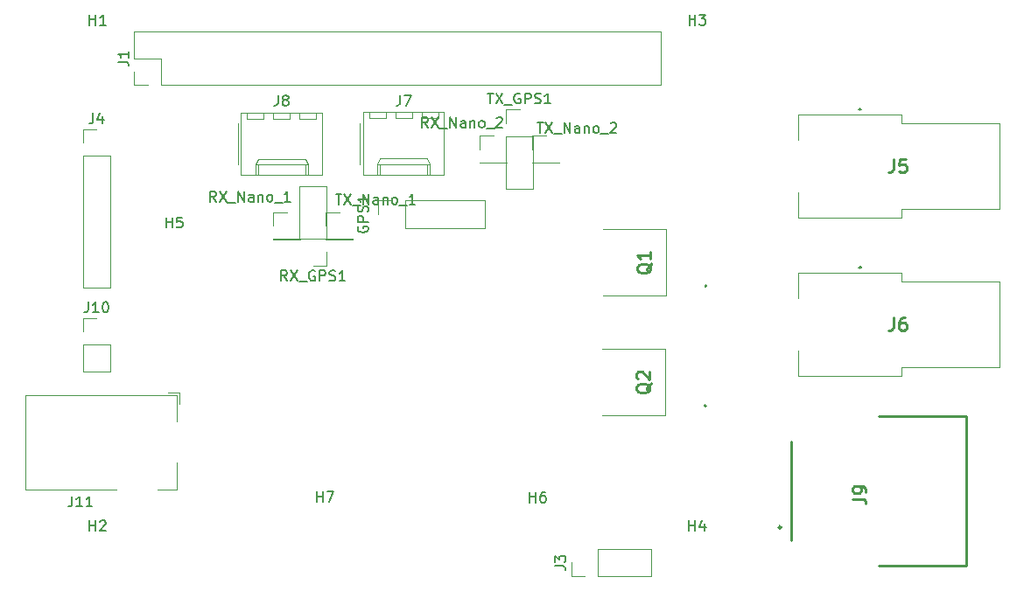
<source format=gbr>
G04 #@! TF.GenerationSoftware,KiCad,Pcbnew,5.1.6-c6e7f7d~87~ubuntu18.04.1*
G04 #@! TF.CreationDate,2020-09-02T16:37:53+02:00*
G04 #@! TF.ProjectId,res_hat,7265735f-6861-4742-9e6b-696361645f70,rev?*
G04 #@! TF.SameCoordinates,Original*
G04 #@! TF.FileFunction,Legend,Top*
G04 #@! TF.FilePolarity,Positive*
%FSLAX46Y46*%
G04 Gerber Fmt 4.6, Leading zero omitted, Abs format (unit mm)*
G04 Created by KiCad (PCBNEW 5.1.6-c6e7f7d~87~ubuntu18.04.1) date 2020-09-02 16:37:53*
%MOMM*%
%LPD*%
G01*
G04 APERTURE LIST*
%ADD10C,0.120000*%
%ADD11C,0.100000*%
%ADD12C,0.200000*%
%ADD13C,0.254000*%
%ADD14C,0.150000*%
G04 APERTURE END LIST*
D10*
X104869940Y-114459060D02*
X107529940Y-114459060D01*
X104869940Y-109319060D02*
X104869940Y-114459060D01*
X107529940Y-109319060D02*
X107529940Y-114459060D01*
X104869940Y-109319060D02*
X107529940Y-109319060D01*
X104869940Y-108049060D02*
X104869940Y-106719060D01*
X104869940Y-106719060D02*
X106199940Y-106719060D01*
X95135700Y-118220800D02*
X95135700Y-115560800D01*
X95135700Y-118220800D02*
X102815700Y-118220800D01*
X102815700Y-118220800D02*
X102815700Y-115560800D01*
X95135700Y-115560800D02*
X102815700Y-115560800D01*
X92535700Y-115560800D02*
X93865700Y-115560800D01*
X92535700Y-116890800D02*
X92535700Y-115560800D01*
X107409940Y-111916520D02*
X110069940Y-111916520D01*
X107409940Y-111856520D02*
X107409940Y-111916520D01*
X110069940Y-111856520D02*
X110069940Y-111916520D01*
X107409940Y-111856520D02*
X110069940Y-111856520D01*
X107409940Y-110586520D02*
X107409940Y-109256520D01*
X107409940Y-109256520D02*
X108739940Y-109256520D01*
X87425220Y-119333320D02*
X90085220Y-119333320D01*
X87425220Y-119273320D02*
X87425220Y-119333320D01*
X90085220Y-119273320D02*
X90085220Y-119333320D01*
X87425220Y-119273320D02*
X90085220Y-119273320D01*
X87425220Y-118003320D02*
X87425220Y-116673320D01*
X87425220Y-116673320D02*
X88755220Y-116673320D01*
X102332480Y-111913980D02*
X104992480Y-111913980D01*
X102332480Y-111853980D02*
X102332480Y-111913980D01*
X104992480Y-111853980D02*
X104992480Y-111913980D01*
X102332480Y-111853980D02*
X104992480Y-111853980D01*
X102332480Y-110583980D02*
X102332480Y-109253980D01*
X102332480Y-109253980D02*
X103662480Y-109253980D01*
X82345220Y-119333320D02*
X85005220Y-119333320D01*
X82345220Y-119273320D02*
X82345220Y-119333320D01*
X85005220Y-119273320D02*
X85005220Y-119333320D01*
X82345220Y-119273320D02*
X85005220Y-119273320D01*
X82345220Y-118003320D02*
X82345220Y-116673320D01*
X82345220Y-116673320D02*
X83675220Y-116673320D01*
X87545220Y-114135860D02*
X84885220Y-114135860D01*
X87545220Y-119275860D02*
X87545220Y-114135860D01*
X84885220Y-119275860D02*
X84885220Y-114135860D01*
X87545220Y-119275860D02*
X84885220Y-119275860D01*
X87545220Y-120545860D02*
X87545220Y-121875860D01*
X87545220Y-121875860D02*
X86215220Y-121875860D01*
X63948000Y-132140000D02*
X66608000Y-132140000D01*
X63948000Y-129540000D02*
X63948000Y-132140000D01*
X66608000Y-129540000D02*
X66608000Y-132140000D01*
X63948000Y-129540000D02*
X66608000Y-129540000D01*
X63948000Y-128270000D02*
X63948000Y-126940000D01*
X63948000Y-126940000D02*
X65278000Y-126940000D01*
X73261400Y-135238800D02*
X73261400Y-134188800D01*
X72211400Y-134188800D02*
X73261400Y-134188800D01*
X67161400Y-143588800D02*
X58361400Y-143588800D01*
X58361400Y-143588800D02*
X58361400Y-134388800D01*
X73061400Y-140888800D02*
X73061400Y-143588800D01*
X73061400Y-143588800D02*
X71161400Y-143588800D01*
X58361400Y-134388800D02*
X73061400Y-134388800D01*
X73061400Y-134388800D02*
X73061400Y-136988800D01*
X79252300Y-107025660D02*
X79252300Y-113045660D01*
X79252300Y-113045660D02*
X87092300Y-113045660D01*
X87092300Y-113045660D02*
X87092300Y-107025660D01*
X87092300Y-107025660D02*
X79252300Y-107025660D01*
X78962300Y-108055660D02*
X78962300Y-112055660D01*
X80632300Y-113045660D02*
X80632300Y-112045660D01*
X80632300Y-112045660D02*
X85712300Y-112045660D01*
X85712300Y-112045660D02*
X85712300Y-113045660D01*
X80632300Y-112045660D02*
X80882300Y-111515660D01*
X80882300Y-111515660D02*
X85462300Y-111515660D01*
X85462300Y-111515660D02*
X85712300Y-112045660D01*
X80882300Y-113045660D02*
X80882300Y-112045660D01*
X85462300Y-113045660D02*
X85462300Y-112045660D01*
X79832300Y-107025660D02*
X79832300Y-107625660D01*
X79832300Y-107625660D02*
X81432300Y-107625660D01*
X81432300Y-107625660D02*
X81432300Y-107025660D01*
X82372300Y-107025660D02*
X82372300Y-107625660D01*
X82372300Y-107625660D02*
X83972300Y-107625660D01*
X83972300Y-107625660D02*
X83972300Y-107025660D01*
X84912300Y-107025660D02*
X84912300Y-107625660D01*
X84912300Y-107625660D02*
X86512300Y-107625660D01*
X86512300Y-107625660D02*
X86512300Y-107025660D01*
X91058220Y-107012960D02*
X91058220Y-113032960D01*
X91058220Y-113032960D02*
X98898220Y-113032960D01*
X98898220Y-113032960D02*
X98898220Y-107012960D01*
X98898220Y-107012960D02*
X91058220Y-107012960D01*
X90768220Y-108042960D02*
X90768220Y-112042960D01*
X92438220Y-113032960D02*
X92438220Y-112032960D01*
X92438220Y-112032960D02*
X97518220Y-112032960D01*
X97518220Y-112032960D02*
X97518220Y-113032960D01*
X92438220Y-112032960D02*
X92688220Y-111502960D01*
X92688220Y-111502960D02*
X97268220Y-111502960D01*
X97268220Y-111502960D02*
X97518220Y-112032960D01*
X92688220Y-113032960D02*
X92688220Y-112032960D01*
X97268220Y-113032960D02*
X97268220Y-112032960D01*
X91638220Y-107012960D02*
X91638220Y-107612960D01*
X91638220Y-107612960D02*
X93238220Y-107612960D01*
X93238220Y-107612960D02*
X93238220Y-107012960D01*
X94178220Y-107012960D02*
X94178220Y-107612960D01*
X94178220Y-107612960D02*
X95778220Y-107612960D01*
X95778220Y-107612960D02*
X95778220Y-107012960D01*
X96718220Y-107012960D02*
X96718220Y-107612960D01*
X96718220Y-107612960D02*
X98318220Y-107612960D01*
X98318220Y-107612960D02*
X98318220Y-107012960D01*
D11*
X133138660Y-130065780D02*
X133138660Y-132525780D01*
X133138660Y-132525780D02*
X143138660Y-132525780D01*
X143138660Y-132525780D02*
X143138660Y-131675780D01*
X143138660Y-131675780D02*
X152638660Y-131675780D01*
X152638660Y-131675780D02*
X152638660Y-123375780D01*
X152638660Y-123375780D02*
X143138660Y-123375780D01*
X143138660Y-123375780D02*
X143138660Y-122525780D01*
X143138660Y-122525780D02*
X133138660Y-122525780D01*
X133138660Y-122525780D02*
X133138660Y-124985780D01*
D12*
X139238660Y-122025780D02*
X139238660Y-122025780D01*
X139038660Y-122025780D02*
X139038660Y-122025780D01*
X139238660Y-122025780D02*
G75*
G02*
X139038660Y-122025780I-100000J0D01*
G01*
X139038660Y-122025780D02*
G75*
G02*
X139238660Y-122025780I100000J0D01*
G01*
D11*
X133138660Y-114749580D02*
X133138660Y-117209580D01*
X133138660Y-117209580D02*
X143138660Y-117209580D01*
X143138660Y-117209580D02*
X143138660Y-116359580D01*
X143138660Y-116359580D02*
X152638660Y-116359580D01*
X152638660Y-116359580D02*
X152638660Y-108059580D01*
X152638660Y-108059580D02*
X143138660Y-108059580D01*
X143138660Y-108059580D02*
X143138660Y-107209580D01*
X143138660Y-107209580D02*
X133138660Y-107209580D01*
X133138660Y-107209580D02*
X133138660Y-109669580D01*
D12*
X139238660Y-106709580D02*
X139238660Y-106709580D01*
X139038660Y-106709580D02*
X139038660Y-106709580D01*
X139238660Y-106709580D02*
G75*
G02*
X139038660Y-106709580I-100000J0D01*
G01*
X139038660Y-106709580D02*
G75*
G02*
X139238660Y-106709580I100000J0D01*
G01*
D10*
X119838780Y-104387960D02*
X119838780Y-99187960D01*
X71518780Y-104387960D02*
X119838780Y-104387960D01*
X68918780Y-99187960D02*
X119838780Y-99187960D01*
X71518780Y-104387960D02*
X71518780Y-101787960D01*
X71518780Y-101787960D02*
X68918780Y-101787960D01*
X68918780Y-101787960D02*
X68918780Y-99187960D01*
X70248780Y-104387960D02*
X68918780Y-104387960D01*
X68918780Y-104387960D02*
X68918780Y-103057960D01*
X63948000Y-124012000D02*
X66608000Y-124012000D01*
X63948000Y-111252000D02*
X63948000Y-124012000D01*
X66608000Y-111252000D02*
X66608000Y-124012000D01*
X63948000Y-111252000D02*
X66608000Y-111252000D01*
X63948000Y-109982000D02*
X63948000Y-108652000D01*
X63948000Y-108652000D02*
X65278000Y-108652000D01*
X118932000Y-151952000D02*
X118932000Y-149292000D01*
X113792000Y-151952000D02*
X118932000Y-151952000D01*
X113792000Y-149292000D02*
X118932000Y-149292000D01*
X113792000Y-151952000D02*
X113792000Y-149292000D01*
X112522000Y-151952000D02*
X111192000Y-151952000D01*
X111192000Y-151952000D02*
X111192000Y-150622000D01*
D11*
X114204940Y-136384100D02*
X120304940Y-136384100D01*
X120304940Y-136384100D02*
X120304940Y-129884100D01*
X120304940Y-129884100D02*
X114204940Y-129884100D01*
D12*
X124164940Y-135534100D02*
X124164940Y-135534100D01*
X124164940Y-135334100D02*
X124164940Y-135334100D01*
X124164940Y-135534100D02*
G75*
G02*
X124164940Y-135334100I0J100000D01*
G01*
X124164940Y-135334100D02*
G75*
G02*
X124164940Y-135534100I0J-100000D01*
G01*
D11*
X114260820Y-124789000D02*
X120360820Y-124789000D01*
X120360820Y-124789000D02*
X120360820Y-118289000D01*
X120360820Y-118289000D02*
X114260820Y-118289000D01*
D12*
X124220820Y-123939000D02*
X124220820Y-123939000D01*
X124220820Y-123739000D02*
X124220820Y-123739000D01*
X124220820Y-123939000D02*
G75*
G02*
X124220820Y-123739000I0J100000D01*
G01*
X124220820Y-123739000D02*
G75*
G02*
X124220820Y-123939000I0J-100000D01*
G01*
D13*
X149440900Y-150925100D02*
X149440900Y-136425100D01*
X149440900Y-136425100D02*
X140940900Y-136425100D01*
X149440900Y-150925100D02*
X140940900Y-150925100D01*
X132440900Y-148475100D02*
X132440900Y-138875100D01*
X131505600Y-147207100D02*
G75*
G03*
X131505600Y-147207100I-120700J0D01*
G01*
D14*
X103104701Y-105171440D02*
X103676130Y-105171440D01*
X103390416Y-106171440D02*
X103390416Y-105171440D01*
X103914225Y-105171440D02*
X104580892Y-106171440D01*
X104580892Y-105171440D02*
X103914225Y-106171440D01*
X104723749Y-106266679D02*
X105485654Y-106266679D01*
X106247559Y-105219060D02*
X106152320Y-105171440D01*
X106009463Y-105171440D01*
X105866606Y-105219060D01*
X105771368Y-105314298D01*
X105723749Y-105409536D01*
X105676130Y-105600012D01*
X105676130Y-105742869D01*
X105723749Y-105933345D01*
X105771368Y-106028583D01*
X105866606Y-106123821D01*
X106009463Y-106171440D01*
X106104701Y-106171440D01*
X106247559Y-106123821D01*
X106295178Y-106076202D01*
X106295178Y-105742869D01*
X106104701Y-105742869D01*
X106723749Y-106171440D02*
X106723749Y-105171440D01*
X107104701Y-105171440D01*
X107199940Y-105219060D01*
X107247559Y-105266679D01*
X107295178Y-105361917D01*
X107295178Y-105504774D01*
X107247559Y-105600012D01*
X107199940Y-105647631D01*
X107104701Y-105695250D01*
X106723749Y-105695250D01*
X107676130Y-106123821D02*
X107818987Y-106171440D01*
X108057082Y-106171440D01*
X108152320Y-106123821D01*
X108199940Y-106076202D01*
X108247559Y-105980964D01*
X108247559Y-105885726D01*
X108199940Y-105790488D01*
X108152320Y-105742869D01*
X108057082Y-105695250D01*
X107866606Y-105647631D01*
X107771368Y-105600012D01*
X107723749Y-105552393D01*
X107676130Y-105457155D01*
X107676130Y-105361917D01*
X107723749Y-105266679D01*
X107771368Y-105219060D01*
X107866606Y-105171440D01*
X108104701Y-105171440D01*
X108247559Y-105219060D01*
X109199940Y-106171440D02*
X108628511Y-106171440D01*
X108914225Y-106171440D02*
X108914225Y-105171440D01*
X108818987Y-105314298D01*
X108723749Y-105409536D01*
X108628511Y-105457155D01*
X86614095Y-144715000D02*
X86614095Y-143715000D01*
X86614095Y-144191191D02*
X87185523Y-144191191D01*
X87185523Y-144715000D02*
X87185523Y-143715000D01*
X87566476Y-143715000D02*
X88233142Y-143715000D01*
X87804571Y-144715000D01*
X107190635Y-144796280D02*
X107190635Y-143796280D01*
X107190635Y-144272471D02*
X107762063Y-144272471D01*
X107762063Y-144796280D02*
X107762063Y-143796280D01*
X108666825Y-143796280D02*
X108476349Y-143796280D01*
X108381111Y-143843900D01*
X108333492Y-143891519D01*
X108238254Y-144034376D01*
X108190635Y-144224852D01*
X108190635Y-144605804D01*
X108238254Y-144701042D01*
X108285873Y-144748661D01*
X108381111Y-144796280D01*
X108571587Y-144796280D01*
X108666825Y-144748661D01*
X108714444Y-144701042D01*
X108762063Y-144605804D01*
X108762063Y-144367709D01*
X108714444Y-144272471D01*
X108666825Y-144224852D01*
X108571587Y-144177233D01*
X108381111Y-144177233D01*
X108285873Y-144224852D01*
X108238254Y-144272471D01*
X108190635Y-144367709D01*
X90595700Y-118081276D02*
X90548080Y-118176514D01*
X90548080Y-118319371D01*
X90595700Y-118462228D01*
X90690938Y-118557466D01*
X90786176Y-118605085D01*
X90976652Y-118652704D01*
X91119509Y-118652704D01*
X91309985Y-118605085D01*
X91405223Y-118557466D01*
X91500461Y-118462228D01*
X91548080Y-118319371D01*
X91548080Y-118224133D01*
X91500461Y-118081276D01*
X91452842Y-118033657D01*
X91119509Y-118033657D01*
X91119509Y-118224133D01*
X91548080Y-117605085D02*
X90548080Y-117605085D01*
X90548080Y-117224133D01*
X90595700Y-117128895D01*
X90643319Y-117081276D01*
X90738557Y-117033657D01*
X90881414Y-117033657D01*
X90976652Y-117081276D01*
X91024271Y-117128895D01*
X91071890Y-117224133D01*
X91071890Y-117605085D01*
X91500461Y-116652704D02*
X91548080Y-116509847D01*
X91548080Y-116271752D01*
X91500461Y-116176514D01*
X91452842Y-116128895D01*
X91357604Y-116081276D01*
X91262366Y-116081276D01*
X91167128Y-116128895D01*
X91119509Y-116176514D01*
X91071890Y-116271752D01*
X91024271Y-116462228D01*
X90976652Y-116557466D01*
X90929033Y-116605085D01*
X90833795Y-116652704D01*
X90738557Y-116652704D01*
X90643319Y-116605085D01*
X90595700Y-116557466D01*
X90548080Y-116462228D01*
X90548080Y-116224133D01*
X90595700Y-116081276D01*
X91548080Y-115128895D02*
X91548080Y-115700323D01*
X91548080Y-115414609D02*
X90548080Y-115414609D01*
X90690938Y-115509847D01*
X90786176Y-115605085D01*
X90833795Y-115700323D01*
X107906987Y-108006900D02*
X108478416Y-108006900D01*
X108192701Y-109006900D02*
X108192701Y-108006900D01*
X108716511Y-108006900D02*
X109383178Y-109006900D01*
X109383178Y-108006900D02*
X108716511Y-109006900D01*
X109526035Y-109102139D02*
X110287940Y-109102139D01*
X110526035Y-109006900D02*
X110526035Y-108006900D01*
X111097463Y-109006900D01*
X111097463Y-108006900D01*
X112002225Y-109006900D02*
X112002225Y-108483091D01*
X111954606Y-108387853D01*
X111859368Y-108340234D01*
X111668892Y-108340234D01*
X111573654Y-108387853D01*
X112002225Y-108959281D02*
X111906987Y-109006900D01*
X111668892Y-109006900D01*
X111573654Y-108959281D01*
X111526035Y-108864043D01*
X111526035Y-108768805D01*
X111573654Y-108673567D01*
X111668892Y-108625948D01*
X111906987Y-108625948D01*
X112002225Y-108578329D01*
X112478416Y-108340234D02*
X112478416Y-109006900D01*
X112478416Y-108435472D02*
X112526035Y-108387853D01*
X112621273Y-108340234D01*
X112764130Y-108340234D01*
X112859368Y-108387853D01*
X112906987Y-108483091D01*
X112906987Y-109006900D01*
X113526035Y-109006900D02*
X113430797Y-108959281D01*
X113383178Y-108911662D01*
X113335559Y-108816424D01*
X113335559Y-108530710D01*
X113383178Y-108435472D01*
X113430797Y-108387853D01*
X113526035Y-108340234D01*
X113668892Y-108340234D01*
X113764130Y-108387853D01*
X113811749Y-108435472D01*
X113859368Y-108530710D01*
X113859368Y-108816424D01*
X113811749Y-108911662D01*
X113764130Y-108959281D01*
X113668892Y-109006900D01*
X113526035Y-109006900D01*
X114049844Y-109102139D02*
X114811749Y-109102139D01*
X115002225Y-108102139D02*
X115049844Y-108054520D01*
X115145082Y-108006900D01*
X115383178Y-108006900D01*
X115478416Y-108054520D01*
X115526035Y-108102139D01*
X115573654Y-108197377D01*
X115573654Y-108292615D01*
X115526035Y-108435472D01*
X114954606Y-109006900D01*
X115573654Y-109006900D01*
X88430267Y-114915700D02*
X89001696Y-114915700D01*
X88715981Y-115915700D02*
X88715981Y-114915700D01*
X89239791Y-114915700D02*
X89906458Y-115915700D01*
X89906458Y-114915700D02*
X89239791Y-115915700D01*
X90049315Y-116010939D02*
X90811220Y-116010939D01*
X91049315Y-115915700D02*
X91049315Y-114915700D01*
X91620743Y-115915700D01*
X91620743Y-114915700D01*
X92525505Y-115915700D02*
X92525505Y-115391891D01*
X92477886Y-115296653D01*
X92382648Y-115249034D01*
X92192172Y-115249034D01*
X92096934Y-115296653D01*
X92525505Y-115868081D02*
X92430267Y-115915700D01*
X92192172Y-115915700D01*
X92096934Y-115868081D01*
X92049315Y-115772843D01*
X92049315Y-115677605D01*
X92096934Y-115582367D01*
X92192172Y-115534748D01*
X92430267Y-115534748D01*
X92525505Y-115487129D01*
X93001696Y-115249034D02*
X93001696Y-115915700D01*
X93001696Y-115344272D02*
X93049315Y-115296653D01*
X93144553Y-115249034D01*
X93287410Y-115249034D01*
X93382648Y-115296653D01*
X93430267Y-115391891D01*
X93430267Y-115915700D01*
X94049315Y-115915700D02*
X93954077Y-115868081D01*
X93906458Y-115820462D01*
X93858839Y-115725224D01*
X93858839Y-115439510D01*
X93906458Y-115344272D01*
X93954077Y-115296653D01*
X94049315Y-115249034D01*
X94192172Y-115249034D01*
X94287410Y-115296653D01*
X94335029Y-115344272D01*
X94382648Y-115439510D01*
X94382648Y-115725224D01*
X94335029Y-115820462D01*
X94287410Y-115868081D01*
X94192172Y-115915700D01*
X94049315Y-115915700D01*
X94573124Y-116010939D02*
X95335029Y-116010939D01*
X96096934Y-115915700D02*
X95525505Y-115915700D01*
X95811220Y-115915700D02*
X95811220Y-114915700D01*
X95715981Y-115058558D01*
X95620743Y-115153796D01*
X95525505Y-115201415D01*
X97328765Y-108496360D02*
X96995432Y-108020170D01*
X96757337Y-108496360D02*
X96757337Y-107496360D01*
X97138289Y-107496360D01*
X97233527Y-107543980D01*
X97281146Y-107591599D01*
X97328765Y-107686837D01*
X97328765Y-107829694D01*
X97281146Y-107924932D01*
X97233527Y-107972551D01*
X97138289Y-108020170D01*
X96757337Y-108020170D01*
X97662099Y-107496360D02*
X98328765Y-108496360D01*
X98328765Y-107496360D02*
X97662099Y-108496360D01*
X98471622Y-108591599D02*
X99233527Y-108591599D01*
X99471622Y-108496360D02*
X99471622Y-107496360D01*
X100043051Y-108496360D01*
X100043051Y-107496360D01*
X100947813Y-108496360D02*
X100947813Y-107972551D01*
X100900194Y-107877313D01*
X100804956Y-107829694D01*
X100614480Y-107829694D01*
X100519241Y-107877313D01*
X100947813Y-108448741D02*
X100852575Y-108496360D01*
X100614480Y-108496360D01*
X100519241Y-108448741D01*
X100471622Y-108353503D01*
X100471622Y-108258265D01*
X100519241Y-108163027D01*
X100614480Y-108115408D01*
X100852575Y-108115408D01*
X100947813Y-108067789D01*
X101424003Y-107829694D02*
X101424003Y-108496360D01*
X101424003Y-107924932D02*
X101471622Y-107877313D01*
X101566860Y-107829694D01*
X101709718Y-107829694D01*
X101804956Y-107877313D01*
X101852575Y-107972551D01*
X101852575Y-108496360D01*
X102471622Y-108496360D02*
X102376384Y-108448741D01*
X102328765Y-108401122D01*
X102281146Y-108305884D01*
X102281146Y-108020170D01*
X102328765Y-107924932D01*
X102376384Y-107877313D01*
X102471622Y-107829694D01*
X102614480Y-107829694D01*
X102709718Y-107877313D01*
X102757337Y-107924932D01*
X102804956Y-108020170D01*
X102804956Y-108305884D01*
X102757337Y-108401122D01*
X102709718Y-108448741D01*
X102614480Y-108496360D01*
X102471622Y-108496360D01*
X102995432Y-108591599D02*
X103757337Y-108591599D01*
X103947813Y-107591599D02*
X103995432Y-107543980D01*
X104090670Y-107496360D01*
X104328765Y-107496360D01*
X104424003Y-107543980D01*
X104471622Y-107591599D01*
X104519241Y-107686837D01*
X104519241Y-107782075D01*
X104471622Y-107924932D01*
X103900194Y-108496360D01*
X104519241Y-108496360D01*
X76833505Y-115661700D02*
X76500172Y-115185510D01*
X76262077Y-115661700D02*
X76262077Y-114661700D01*
X76643029Y-114661700D01*
X76738267Y-114709320D01*
X76785886Y-114756939D01*
X76833505Y-114852177D01*
X76833505Y-114995034D01*
X76785886Y-115090272D01*
X76738267Y-115137891D01*
X76643029Y-115185510D01*
X76262077Y-115185510D01*
X77166839Y-114661700D02*
X77833505Y-115661700D01*
X77833505Y-114661700D02*
X77166839Y-115661700D01*
X77976362Y-115756939D02*
X78738267Y-115756939D01*
X78976362Y-115661700D02*
X78976362Y-114661700D01*
X79547791Y-115661700D01*
X79547791Y-114661700D01*
X80452553Y-115661700D02*
X80452553Y-115137891D01*
X80404934Y-115042653D01*
X80309696Y-114995034D01*
X80119220Y-114995034D01*
X80023981Y-115042653D01*
X80452553Y-115614081D02*
X80357315Y-115661700D01*
X80119220Y-115661700D01*
X80023981Y-115614081D01*
X79976362Y-115518843D01*
X79976362Y-115423605D01*
X80023981Y-115328367D01*
X80119220Y-115280748D01*
X80357315Y-115280748D01*
X80452553Y-115233129D01*
X80928743Y-114995034D02*
X80928743Y-115661700D01*
X80928743Y-115090272D02*
X80976362Y-115042653D01*
X81071600Y-114995034D01*
X81214458Y-114995034D01*
X81309696Y-115042653D01*
X81357315Y-115137891D01*
X81357315Y-115661700D01*
X81976362Y-115661700D02*
X81881124Y-115614081D01*
X81833505Y-115566462D01*
X81785886Y-115471224D01*
X81785886Y-115185510D01*
X81833505Y-115090272D01*
X81881124Y-115042653D01*
X81976362Y-114995034D01*
X82119220Y-114995034D01*
X82214458Y-115042653D01*
X82262077Y-115090272D01*
X82309696Y-115185510D01*
X82309696Y-115471224D01*
X82262077Y-115566462D01*
X82214458Y-115614081D01*
X82119220Y-115661700D01*
X81976362Y-115661700D01*
X82500172Y-115756939D02*
X83262077Y-115756939D01*
X84023981Y-115661700D02*
X83452553Y-115661700D01*
X83738267Y-115661700D02*
X83738267Y-114661700D01*
X83643029Y-114804558D01*
X83547791Y-114899796D01*
X83452553Y-114947415D01*
X83715220Y-123328240D02*
X83381886Y-122852050D01*
X83143791Y-123328240D02*
X83143791Y-122328240D01*
X83524743Y-122328240D01*
X83619981Y-122375860D01*
X83667600Y-122423479D01*
X83715220Y-122518717D01*
X83715220Y-122661574D01*
X83667600Y-122756812D01*
X83619981Y-122804431D01*
X83524743Y-122852050D01*
X83143791Y-122852050D01*
X84048553Y-122328240D02*
X84715220Y-123328240D01*
X84715220Y-122328240D02*
X84048553Y-123328240D01*
X84858077Y-123423479D02*
X85619981Y-123423479D01*
X86381886Y-122375860D02*
X86286648Y-122328240D01*
X86143791Y-122328240D01*
X86000934Y-122375860D01*
X85905696Y-122471098D01*
X85858077Y-122566336D01*
X85810458Y-122756812D01*
X85810458Y-122899669D01*
X85858077Y-123090145D01*
X85905696Y-123185383D01*
X86000934Y-123280621D01*
X86143791Y-123328240D01*
X86239029Y-123328240D01*
X86381886Y-123280621D01*
X86429505Y-123233002D01*
X86429505Y-122899669D01*
X86239029Y-122899669D01*
X86858077Y-123328240D02*
X86858077Y-122328240D01*
X87239029Y-122328240D01*
X87334267Y-122375860D01*
X87381886Y-122423479D01*
X87429505Y-122518717D01*
X87429505Y-122661574D01*
X87381886Y-122756812D01*
X87334267Y-122804431D01*
X87239029Y-122852050D01*
X86858077Y-122852050D01*
X87810458Y-123280621D02*
X87953315Y-123328240D01*
X88191410Y-123328240D01*
X88286648Y-123280621D01*
X88334267Y-123233002D01*
X88381886Y-123137764D01*
X88381886Y-123042526D01*
X88334267Y-122947288D01*
X88286648Y-122899669D01*
X88191410Y-122852050D01*
X88000934Y-122804431D01*
X87905696Y-122756812D01*
X87858077Y-122709193D01*
X87810458Y-122613955D01*
X87810458Y-122518717D01*
X87858077Y-122423479D01*
X87905696Y-122375860D01*
X88000934Y-122328240D01*
X88239029Y-122328240D01*
X88381886Y-122375860D01*
X89334267Y-123328240D02*
X88762839Y-123328240D01*
X89048553Y-123328240D02*
X89048553Y-122328240D01*
X88953315Y-122471098D01*
X88858077Y-122566336D01*
X88762839Y-122613955D01*
X72031955Y-118194860D02*
X72031955Y-117194860D01*
X72031955Y-117671051D02*
X72603383Y-117671051D01*
X72603383Y-118194860D02*
X72603383Y-117194860D01*
X73555764Y-117194860D02*
X73079574Y-117194860D01*
X73031955Y-117671051D01*
X73079574Y-117623432D01*
X73174812Y-117575813D01*
X73412907Y-117575813D01*
X73508145Y-117623432D01*
X73555764Y-117671051D01*
X73603383Y-117766289D01*
X73603383Y-118004384D01*
X73555764Y-118099622D01*
X73508145Y-118147241D01*
X73412907Y-118194860D01*
X73174812Y-118194860D01*
X73079574Y-118147241D01*
X73031955Y-118099622D01*
X64468476Y-125392380D02*
X64468476Y-126106666D01*
X64420857Y-126249523D01*
X64325619Y-126344761D01*
X64182761Y-126392380D01*
X64087523Y-126392380D01*
X65468476Y-126392380D02*
X64897047Y-126392380D01*
X65182761Y-126392380D02*
X65182761Y-125392380D01*
X65087523Y-125535238D01*
X64992285Y-125630476D01*
X64897047Y-125678095D01*
X66087523Y-125392380D02*
X66182761Y-125392380D01*
X66278000Y-125440000D01*
X66325619Y-125487619D01*
X66373238Y-125582857D01*
X66420857Y-125773333D01*
X66420857Y-126011428D01*
X66373238Y-126201904D01*
X66325619Y-126297142D01*
X66278000Y-126344761D01*
X66182761Y-126392380D01*
X66087523Y-126392380D01*
X65992285Y-126344761D01*
X65944666Y-126297142D01*
X65897047Y-126201904D01*
X65849428Y-126011428D01*
X65849428Y-125773333D01*
X65897047Y-125582857D01*
X65944666Y-125487619D01*
X65992285Y-125440000D01*
X66087523Y-125392380D01*
X62901876Y-144191180D02*
X62901876Y-144905466D01*
X62854257Y-145048323D01*
X62759019Y-145143561D01*
X62616161Y-145191180D01*
X62520923Y-145191180D01*
X63901876Y-145191180D02*
X63330447Y-145191180D01*
X63616161Y-145191180D02*
X63616161Y-144191180D01*
X63520923Y-144334038D01*
X63425685Y-144429276D01*
X63330447Y-144476895D01*
X64854257Y-145191180D02*
X64282828Y-145191180D01*
X64568542Y-145191180D02*
X64568542Y-144191180D01*
X64473304Y-144334038D01*
X64378066Y-144429276D01*
X64282828Y-144476895D01*
X122605895Y-147552180D02*
X122605895Y-146552180D01*
X122605895Y-147028371D02*
X123177323Y-147028371D01*
X123177323Y-147552180D02*
X123177323Y-146552180D01*
X124082085Y-146885514D02*
X124082085Y-147552180D01*
X123843990Y-146504561D02*
X123605895Y-147218847D01*
X124224942Y-147218847D01*
X122631295Y-98555580D02*
X122631295Y-97555580D01*
X122631295Y-98031771D02*
X123202723Y-98031771D01*
X123202723Y-98555580D02*
X123202723Y-97555580D01*
X123583676Y-97555580D02*
X124202723Y-97555580D01*
X123869390Y-97936533D01*
X124012247Y-97936533D01*
X124107485Y-97984152D01*
X124155104Y-98031771D01*
X124202723Y-98127009D01*
X124202723Y-98365104D01*
X124155104Y-98460342D01*
X124107485Y-98507961D01*
X124012247Y-98555580D01*
X123726533Y-98555580D01*
X123631295Y-98507961D01*
X123583676Y-98460342D01*
X64617695Y-147552180D02*
X64617695Y-146552180D01*
X64617695Y-147028371D02*
X65189123Y-147028371D01*
X65189123Y-147552180D02*
X65189123Y-146552180D01*
X65617695Y-146647419D02*
X65665314Y-146599800D01*
X65760552Y-146552180D01*
X65998647Y-146552180D01*
X66093885Y-146599800D01*
X66141504Y-146647419D01*
X66189123Y-146742657D01*
X66189123Y-146837895D01*
X66141504Y-146980752D01*
X65570076Y-147552180D01*
X66189123Y-147552180D01*
X64617695Y-98555580D02*
X64617695Y-97555580D01*
X64617695Y-98031771D02*
X65189123Y-98031771D01*
X65189123Y-98555580D02*
X65189123Y-97555580D01*
X66189123Y-98555580D02*
X65617695Y-98555580D01*
X65903409Y-98555580D02*
X65903409Y-97555580D01*
X65808171Y-97698438D01*
X65712933Y-97793676D01*
X65617695Y-97841295D01*
X82838966Y-105388040D02*
X82838966Y-106102326D01*
X82791347Y-106245183D01*
X82696109Y-106340421D01*
X82553252Y-106388040D01*
X82458014Y-106388040D01*
X83458014Y-105816612D02*
X83362776Y-105768993D01*
X83315157Y-105721374D01*
X83267538Y-105626136D01*
X83267538Y-105578517D01*
X83315157Y-105483279D01*
X83362776Y-105435660D01*
X83458014Y-105388040D01*
X83648490Y-105388040D01*
X83743728Y-105435660D01*
X83791347Y-105483279D01*
X83838966Y-105578517D01*
X83838966Y-105626136D01*
X83791347Y-105721374D01*
X83743728Y-105768993D01*
X83648490Y-105816612D01*
X83458014Y-105816612D01*
X83362776Y-105864231D01*
X83315157Y-105911850D01*
X83267538Y-106007088D01*
X83267538Y-106197564D01*
X83315157Y-106292802D01*
X83362776Y-106340421D01*
X83458014Y-106388040D01*
X83648490Y-106388040D01*
X83743728Y-106340421D01*
X83791347Y-106292802D01*
X83838966Y-106197564D01*
X83838966Y-106007088D01*
X83791347Y-105911850D01*
X83743728Y-105864231D01*
X83648490Y-105816612D01*
X94644886Y-105375340D02*
X94644886Y-106089626D01*
X94597267Y-106232483D01*
X94502029Y-106327721D01*
X94359172Y-106375340D01*
X94263934Y-106375340D01*
X95025839Y-105375340D02*
X95692505Y-105375340D01*
X95263934Y-106375340D01*
D13*
X142376326Y-126870303D02*
X142376326Y-127777446D01*
X142315850Y-127958875D01*
X142194898Y-128079827D01*
X142013469Y-128140303D01*
X141892517Y-128140303D01*
X143525374Y-126870303D02*
X143283469Y-126870303D01*
X143162517Y-126930780D01*
X143102040Y-126991256D01*
X142981088Y-127172684D01*
X142920612Y-127414589D01*
X142920612Y-127898399D01*
X142981088Y-128019351D01*
X143041564Y-128079827D01*
X143162517Y-128140303D01*
X143404421Y-128140303D01*
X143525374Y-128079827D01*
X143585850Y-128019351D01*
X143646326Y-127898399D01*
X143646326Y-127596018D01*
X143585850Y-127475065D01*
X143525374Y-127414589D01*
X143404421Y-127354113D01*
X143162517Y-127354113D01*
X143041564Y-127414589D01*
X142981088Y-127475065D01*
X142920612Y-127596018D01*
X142376326Y-111554103D02*
X142376326Y-112461246D01*
X142315850Y-112642675D01*
X142194898Y-112763627D01*
X142013469Y-112824103D01*
X141892517Y-112824103D01*
X143585850Y-111554103D02*
X142981088Y-111554103D01*
X142920612Y-112158865D01*
X142981088Y-112098389D01*
X143102040Y-112037913D01*
X143404421Y-112037913D01*
X143525374Y-112098389D01*
X143585850Y-112158865D01*
X143646326Y-112279818D01*
X143646326Y-112582199D01*
X143585850Y-112703151D01*
X143525374Y-112763627D01*
X143404421Y-112824103D01*
X143102040Y-112824103D01*
X142981088Y-112763627D01*
X142920612Y-112703151D01*
D14*
X67371160Y-102121293D02*
X68085446Y-102121293D01*
X68228303Y-102168912D01*
X68323541Y-102264150D01*
X68371160Y-102407007D01*
X68371160Y-102502245D01*
X68371160Y-101121293D02*
X68371160Y-101692721D01*
X68371160Y-101407007D02*
X67371160Y-101407007D01*
X67514018Y-101502245D01*
X67609256Y-101597483D01*
X67656875Y-101692721D01*
X64944666Y-107104380D02*
X64944666Y-107818666D01*
X64897047Y-107961523D01*
X64801809Y-108056761D01*
X64658952Y-108104380D01*
X64563714Y-108104380D01*
X65849428Y-107437714D02*
X65849428Y-108104380D01*
X65611333Y-107056761D02*
X65373238Y-107771047D01*
X65992285Y-107771047D01*
X109644380Y-150955333D02*
X110358666Y-150955333D01*
X110501523Y-151002952D01*
X110596761Y-151098190D01*
X110644380Y-151241047D01*
X110644380Y-151336285D01*
X109644380Y-150574380D02*
X109644380Y-149955333D01*
X110025333Y-150288666D01*
X110025333Y-150145809D01*
X110072952Y-150050571D01*
X110120571Y-150002952D01*
X110215809Y-149955333D01*
X110453904Y-149955333D01*
X110549142Y-150002952D01*
X110596761Y-150050571D01*
X110644380Y-150145809D01*
X110644380Y-150431523D01*
X110596761Y-150526761D01*
X110549142Y-150574380D01*
D13*
X118907416Y-133255052D02*
X118846940Y-133376004D01*
X118725987Y-133496957D01*
X118544559Y-133678385D01*
X118484082Y-133799338D01*
X118484082Y-133920290D01*
X118786463Y-133859814D02*
X118725987Y-133980766D01*
X118605035Y-134101719D01*
X118363130Y-134162195D01*
X117939797Y-134162195D01*
X117697892Y-134101719D01*
X117576940Y-133980766D01*
X117516463Y-133859814D01*
X117516463Y-133617909D01*
X117576940Y-133496957D01*
X117697892Y-133376004D01*
X117939797Y-133315528D01*
X118363130Y-133315528D01*
X118605035Y-133376004D01*
X118725987Y-133496957D01*
X118786463Y-133617909D01*
X118786463Y-133859814D01*
X117637416Y-132831719D02*
X117576940Y-132771242D01*
X117516463Y-132650290D01*
X117516463Y-132347909D01*
X117576940Y-132226957D01*
X117637416Y-132166480D01*
X117758368Y-132106004D01*
X117879320Y-132106004D01*
X118060749Y-132166480D01*
X118786463Y-132892195D01*
X118786463Y-132106004D01*
X118963296Y-121659952D02*
X118902820Y-121780904D01*
X118781867Y-121901857D01*
X118600439Y-122083285D01*
X118539962Y-122204238D01*
X118539962Y-122325190D01*
X118842343Y-122264714D02*
X118781867Y-122385666D01*
X118660915Y-122506619D01*
X118419010Y-122567095D01*
X117995677Y-122567095D01*
X117753772Y-122506619D01*
X117632820Y-122385666D01*
X117572343Y-122264714D01*
X117572343Y-122022809D01*
X117632820Y-121901857D01*
X117753772Y-121780904D01*
X117995677Y-121720428D01*
X118419010Y-121720428D01*
X118660915Y-121780904D01*
X118781867Y-121901857D01*
X118842343Y-122022809D01*
X118842343Y-122264714D01*
X118842343Y-120510904D02*
X118842343Y-121236619D01*
X118842343Y-120873761D02*
X117572343Y-120873761D01*
X117753772Y-120994714D01*
X117874724Y-121115666D01*
X117935200Y-121236619D01*
X138428423Y-144458433D02*
X139335566Y-144458433D01*
X139516995Y-144518909D01*
X139637947Y-144639861D01*
X139698423Y-144821290D01*
X139698423Y-144942242D01*
X139698423Y-143793195D02*
X139698423Y-143551290D01*
X139637947Y-143430338D01*
X139577471Y-143369861D01*
X139396042Y-143248909D01*
X139154138Y-143188433D01*
X138670328Y-143188433D01*
X138549376Y-143248909D01*
X138488900Y-143309385D01*
X138428423Y-143430338D01*
X138428423Y-143672242D01*
X138488900Y-143793195D01*
X138549376Y-143853671D01*
X138670328Y-143914147D01*
X138972709Y-143914147D01*
X139093661Y-143853671D01*
X139154138Y-143793195D01*
X139214614Y-143672242D01*
X139214614Y-143430338D01*
X139154138Y-143309385D01*
X139093661Y-143248909D01*
X138972709Y-143188433D01*
M02*

</source>
